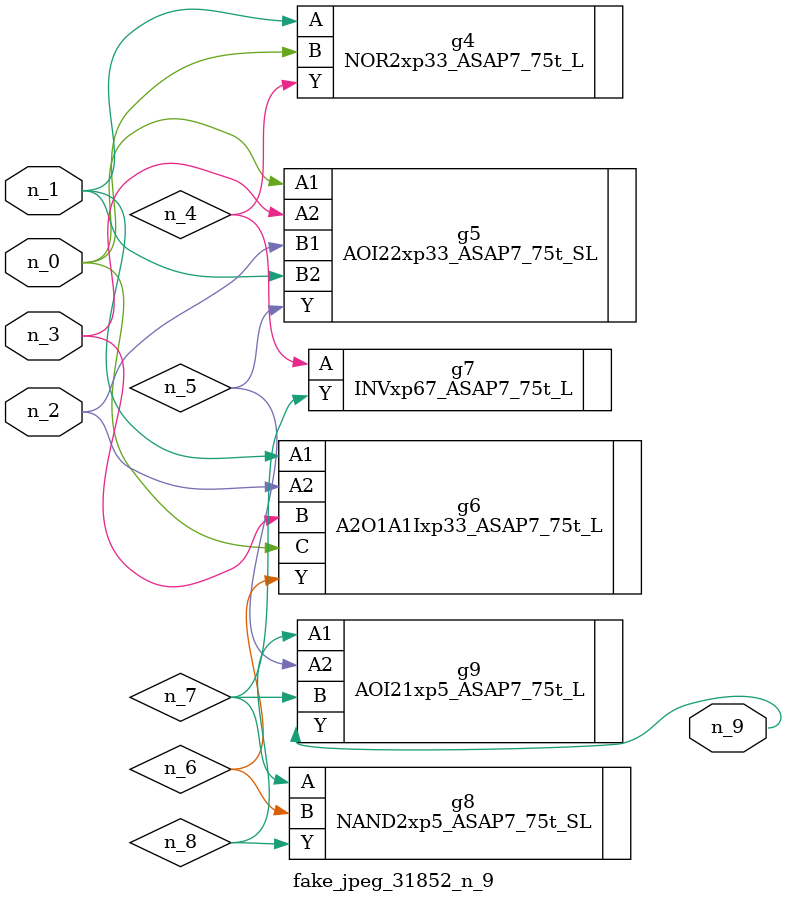
<source format=v>
module fake_jpeg_31852_n_9 (n_0, n_3, n_2, n_1, n_9);

input n_0;
input n_3;
input n_2;
input n_1;

output n_9;

wire n_4;
wire n_8;
wire n_6;
wire n_5;
wire n_7;

NOR2xp33_ASAP7_75t_L g4 ( 
.A(n_1),
.B(n_0),
.Y(n_4)
);

AOI22xp33_ASAP7_75t_SL g5 ( 
.A1(n_0),
.A2(n_3),
.B1(n_2),
.B2(n_1),
.Y(n_5)
);

A2O1A1Ixp33_ASAP7_75t_L g6 ( 
.A1(n_1),
.A2(n_2),
.B(n_3),
.C(n_0),
.Y(n_6)
);

INVxp67_ASAP7_75t_L g7 ( 
.A(n_4),
.Y(n_7)
);

NAND2xp5_ASAP7_75t_SL g8 ( 
.A(n_7),
.B(n_6),
.Y(n_8)
);

AOI21xp5_ASAP7_75t_L g9 ( 
.A1(n_8),
.A2(n_5),
.B(n_7),
.Y(n_9)
);


endmodule
</source>
